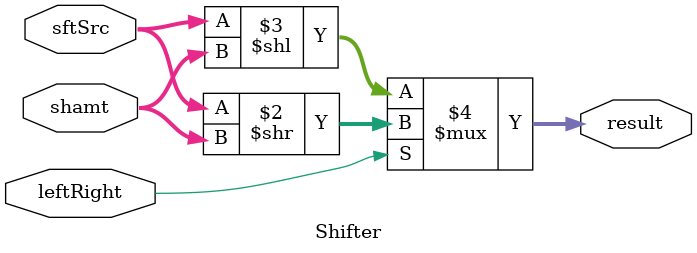
<source format=v>
module Shifter (
    result,
    leftRight,
    shamt,
    sftSrc
);
  parameter SHIFT_RIGHT = 1'b1;
  //I/O ports
  output [32-1:0] result;

  input leftRight;
  input [5-1:0] shamt;
  input [32-1:0] sftSrc;

  //Internal Signals
  wire [32-1:0] result;

  //Main function
  /*your code here*/

  assign  result=(leftRight==SHIFT_RIGHT)?sftSrc>>shamt:sftSrc<<shamt;

endmodule

</source>
